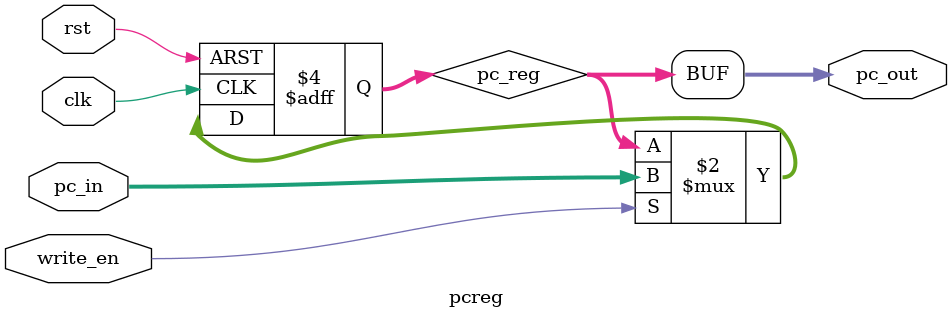
<source format=v>
module pcreg(clk, rst, write_en, pc_in, pc_out);
  
  input clk, rst, write_en;
  input [15:0]pc_in;
  output [15:0]pc_out;
  
 
  reg [15:0]pc_reg;

  //read data
  assign pc_out = pc_reg;
  
  //write data
  always @(posedge clk, posedge rst) begin   
  	if (rst) begin
		pc_reg <= 16'h0000;
	end
	else if (write_en) begin
        	pc_reg <= pc_in;
	end
  end 

endmodule 

</source>
